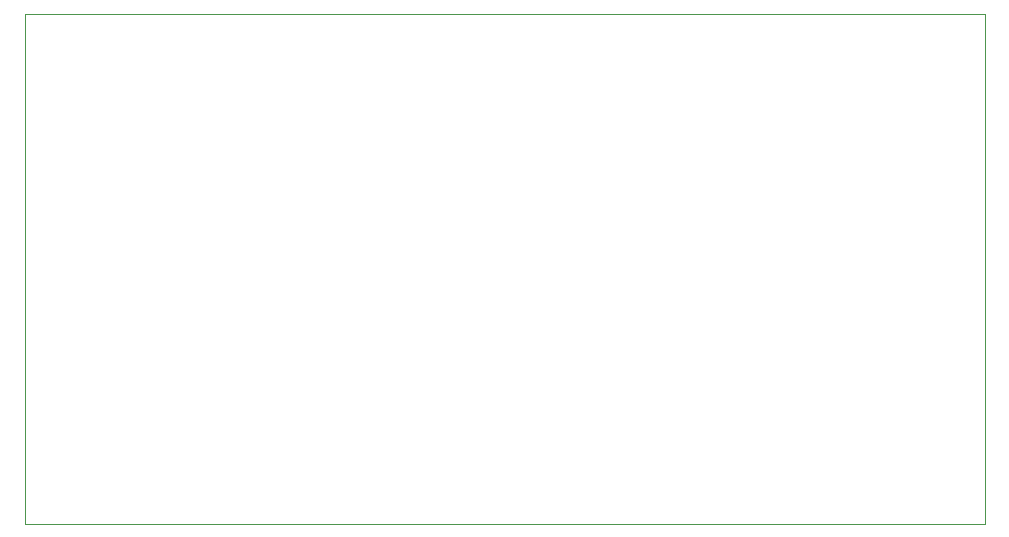
<source format=gbr>
%TF.GenerationSoftware,KiCad,Pcbnew,(6.0.2-0)*%
%TF.CreationDate,2022-04-19T20:24:02-05:00*%
%TF.ProjectId,UDNISOC-1,55444e49-534f-4432-9d31-2e6b69636164,rev?*%
%TF.SameCoordinates,Original*%
%TF.FileFunction,Profile,NP*%
%FSLAX46Y46*%
G04 Gerber Fmt 4.6, Leading zero omitted, Abs format (unit mm)*
G04 Created by KiCad (PCBNEW (6.0.2-0)) date 2022-04-19 20:24:02*
%MOMM*%
%LPD*%
G01*
G04 APERTURE LIST*
%TA.AperFunction,Profile*%
%ADD10C,0.100000*%
%TD*%
G04 APERTURE END LIST*
D10*
X123175000Y-118100000D02*
X123175000Y-74920000D01*
X204470000Y-74930000D02*
X204470000Y-118110000D01*
X123175000Y-74920000D02*
X204470000Y-74930000D01*
X204470000Y-118110000D02*
X123175000Y-118100000D01*
M02*

</source>
